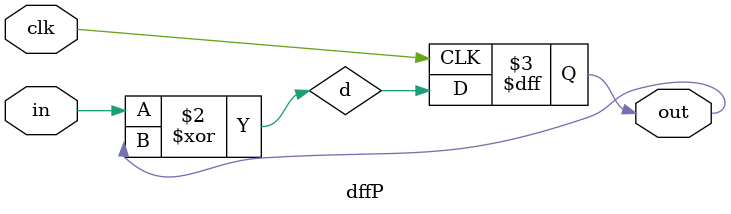
<source format=sv>
module dffP (
    input clk,
    input in, 
    output reg out);
  
    wire d;
    always@(posedge clk)
        out<=d;
    assign d=in^out;
endmodule
</source>
